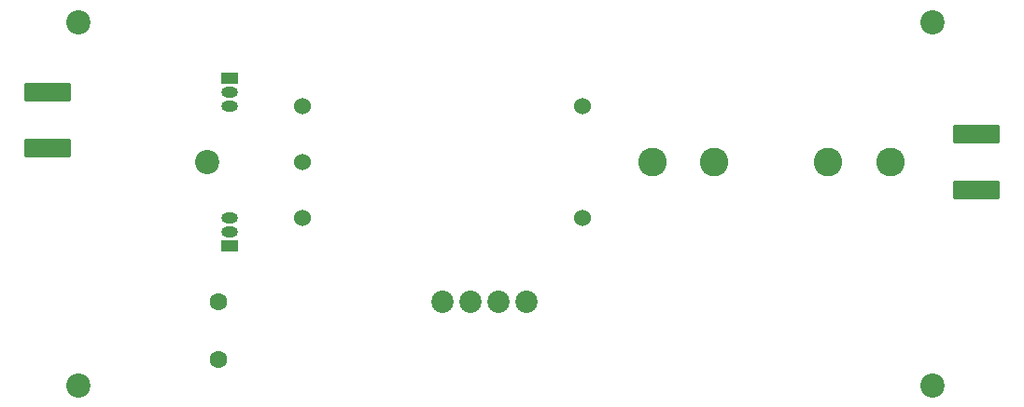
<source format=gbr>
G04 #@! TF.GenerationSoftware,KiCad,Pcbnew,8.0.4*
G04 #@! TF.CreationDate,2024-08-21T10:00:45-07:00*
G04 #@! TF.ProjectId,PA,50412e6b-6963-4616-945f-706362585858,rev?*
G04 #@! TF.SameCoordinates,Original*
G04 #@! TF.FileFunction,Soldermask,Bot*
G04 #@! TF.FilePolarity,Negative*
%FSLAX46Y46*%
G04 Gerber Fmt 4.6, Leading zero omitted, Abs format (unit mm)*
G04 Created by KiCad (PCBNEW 8.0.4) date 2024-08-21 10:00:45*
%MOMM*%
%LPD*%
G01*
G04 APERTURE LIST*
G04 Aperture macros list*
%AMRoundRect*
0 Rectangle with rounded corners*
0 $1 Rounding radius*
0 $2 $3 $4 $5 $6 $7 $8 $9 X,Y pos of 4 corners*
0 Add a 4 corners polygon primitive as box body*
4,1,4,$2,$3,$4,$5,$6,$7,$8,$9,$2,$3,0*
0 Add four circle primitives for the rounded corners*
1,1,$1+$1,$2,$3*
1,1,$1+$1,$4,$5*
1,1,$1+$1,$6,$7*
1,1,$1+$1,$8,$9*
0 Add four rect primitives between the rounded corners*
20,1,$1+$1,$2,$3,$4,$5,0*
20,1,$1+$1,$4,$5,$6,$7,0*
20,1,$1+$1,$6,$7,$8,$9,0*
20,1,$1+$1,$8,$9,$2,$3,0*%
G04 Aperture macros list end*
%ADD10C,2.200000*%
%ADD11RoundRect,0.101600X-2.000000X0.750000X-2.000000X-0.750000X2.000000X-0.750000X2.000000X0.750000X0*%
%ADD12R,1.500000X1.000000*%
%ADD13O,1.500000X1.000000*%
%ADD14C,1.524000*%
%ADD15C,2.020000*%
%ADD16C,2.600000*%
%ADD17C,1.600000*%
%ADD18RoundRect,0.101600X2.000000X-0.750000X2.000000X0.750000X-2.000000X0.750000X-2.000000X-0.750000X0*%
G04 APERTURE END LIST*
D10*
X245110000Y-114300000D03*
D11*
X249137150Y-91440000D03*
X249137150Y-96520000D03*
D12*
X181356000Y-86360000D03*
D13*
X181356000Y-87630000D03*
X181356000Y-88900000D03*
D12*
X181356000Y-101600000D03*
D13*
X181356000Y-100330000D03*
X181356000Y-99060000D03*
D14*
X187960000Y-88900000D03*
X187960000Y-93980000D03*
X187960000Y-99060000D03*
X213360000Y-88900000D03*
X213360000Y-99060000D03*
D15*
X200660000Y-106680000D03*
X203200000Y-106680000D03*
X205740000Y-106680000D03*
X208280000Y-106680000D03*
D16*
X219710000Y-93980000D03*
X225310000Y-93980000D03*
D10*
X167640000Y-81280000D03*
D16*
X235700000Y-93980000D03*
X241300000Y-93980000D03*
D17*
X180340000Y-111980000D03*
X180340000Y-106680000D03*
D10*
X245110000Y-81280000D03*
X179324000Y-93980000D03*
D18*
X164882850Y-92710000D03*
X164882850Y-87630000D03*
D10*
X167640000Y-114300000D03*
M02*

</source>
